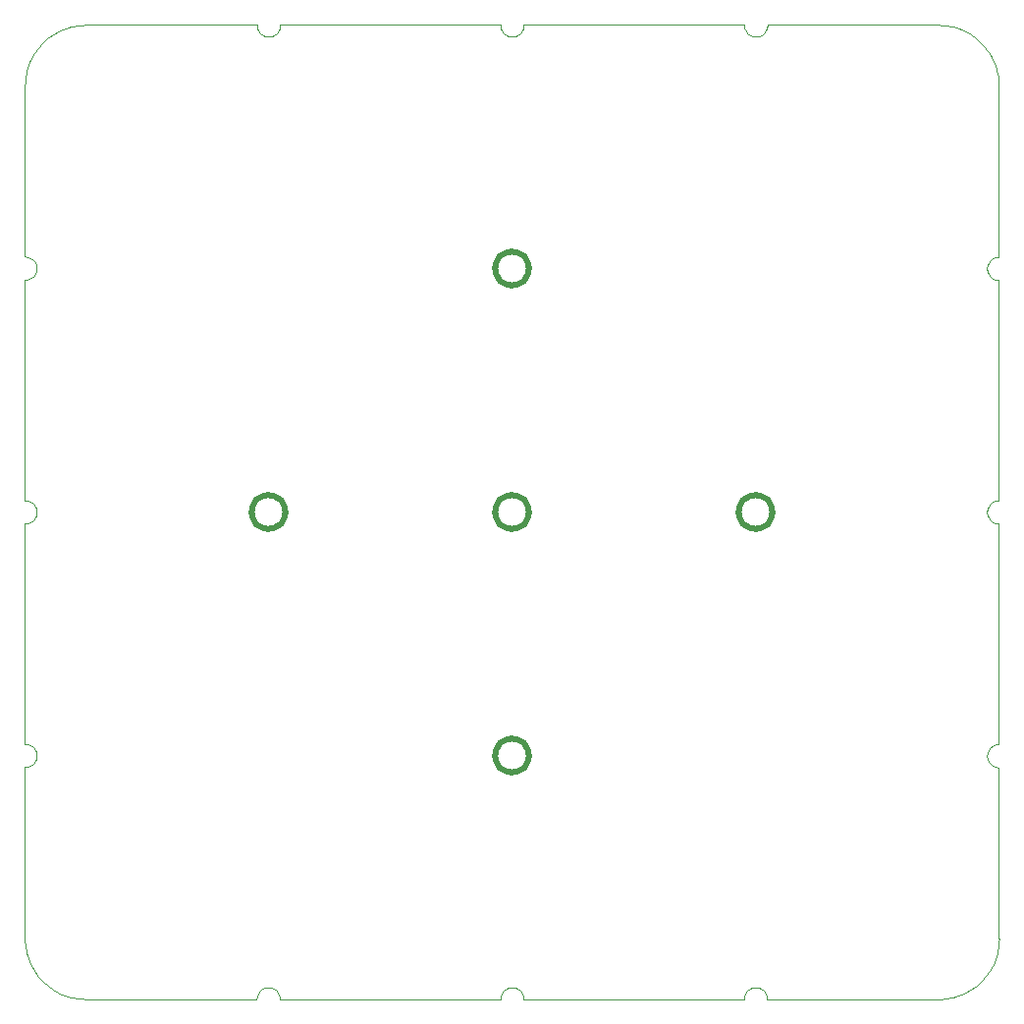
<source format=gko>
G04*
G04 #@! TF.GenerationSoftware,Altium Limited,Altium Designer,23.3.1 (30)*
G04*
G04 Layer_Color=16711935*
%FSLAX26Y26*%
%MOIN*%
G70*
G04*
G04 #@! TF.SameCoordinates,A73F04FC-B1A5-4ADC-8500-56C492F8F9A9*
G04*
G04*
G04 #@! TF.FilePolarity,Positive*
G04*
G01*
G75*
%ADD31C,0.019685*%
%ADD37C,0.003937*%
D31*
X57095Y826772D02*
X56228Y836686D01*
X53652Y846299D01*
X49446Y855319D01*
X43737Y863472D01*
X36700Y870509D01*
X28548Y876217D01*
X19528Y880423D01*
X9915Y882999D01*
X0Y883867D01*
X-9915Y882999D01*
X-19528Y880423D01*
X-28548Y876217D01*
X-36700Y870509D01*
X-43737Y863472D01*
X-49446Y855319D01*
X-53652Y846299D01*
X-56228Y836686D01*
X-57095Y826772D01*
X-56228Y816857D01*
X-53652Y807244D01*
X-49446Y798224D01*
X-43737Y790072D01*
X-36700Y783034D01*
X-28548Y777326D01*
X-19528Y773120D01*
X-9915Y770544D01*
X0Y769677D01*
X9915Y770544D01*
X19528Y773120D01*
X28548Y777326D01*
X36700Y783034D01*
X43737Y790072D01*
X49446Y798224D01*
X53652Y807244D01*
X56228Y816857D01*
X57095Y826772D01*
X883867Y0D02*
X882999Y9915D01*
X880423Y19528D01*
X876217Y28548D01*
X870509Y36700D01*
X863472Y43737D01*
X855319Y49446D01*
X846299Y53652D01*
X836686Y56228D01*
X826772Y57095D01*
X816857Y56228D01*
X807244Y53652D01*
X798224Y49446D01*
X790072Y43737D01*
X783034Y36700D01*
X777326Y28548D01*
X773120Y19528D01*
X770544Y9915D01*
X769677Y0D01*
X770544Y-9915D01*
X773120Y-19528D01*
X777326Y-28548D01*
X783034Y-36700D01*
X790072Y-43737D01*
X798224Y-49446D01*
X807244Y-53652D01*
X816857Y-56228D01*
X826772Y-57095D01*
X836686Y-56228D01*
X846299Y-53652D01*
X855319Y-49446D01*
X863472Y-43737D01*
X870509Y-36700D01*
X876217Y-28548D01*
X880423Y-19528D01*
X882999Y-9915D01*
X883867Y0D01*
X57095Y-826772D02*
X56228Y-816857D01*
X53652Y-807244D01*
X49446Y-798224D01*
X43737Y-790072D01*
X36700Y-783034D01*
X28548Y-777326D01*
X19528Y-773120D01*
X9915Y-770544D01*
X0Y-769677D01*
X-9915Y-770544D01*
X-19528Y-773120D01*
X-28548Y-777326D01*
X-36700Y-783034D01*
X-43737Y-790072D01*
X-49446Y-798224D01*
X-53652Y-807244D01*
X-56228Y-816857D01*
X-57095Y-826772D01*
X-56228Y-836686D01*
X-53652Y-846299D01*
X-49446Y-855319D01*
X-43737Y-863472D01*
X-36700Y-870509D01*
X-28548Y-876217D01*
X-19528Y-880423D01*
X-9915Y-882999D01*
X0Y-883867D01*
X9915Y-882999D01*
X19528Y-880423D01*
X28548Y-876217D01*
X36700Y-870509D01*
X43737Y-863472D01*
X49446Y-855319D01*
X53652Y-846299D01*
X56228Y-836686D01*
X57095Y-826772D01*
Y0D02*
X56228Y9915D01*
X53652Y19528D01*
X49446Y28548D01*
X43737Y36700D01*
X36700Y43737D01*
X28548Y49446D01*
X19528Y53652D01*
X9915Y56228D01*
X0Y57095D01*
X-9915Y56228D01*
X-19528Y53652D01*
X-28548Y49446D01*
X-36700Y43737D01*
X-43737Y36700D01*
X-49446Y28548D01*
X-53652Y19528D01*
X-56228Y9915D01*
X-57095Y0D01*
X-56228Y-9915D01*
X-53652Y-19528D01*
X-49446Y-28548D01*
X-43737Y-36700D01*
X-36700Y-43737D01*
X-28548Y-49446D01*
X-19528Y-53652D01*
X-9915Y-56228D01*
X0Y-57095D01*
X9915Y-56228D01*
X19528Y-53652D01*
X28548Y-49446D01*
X36700Y-43737D01*
X43737Y-36700D01*
X49446Y-28548D01*
X53652Y-19528D01*
X56228Y-9915D01*
X57095Y0D01*
X-769677D02*
X-770544Y9915D01*
X-773120Y19528D01*
X-777326Y28548D01*
X-783034Y36700D01*
X-790072Y43737D01*
X-798224Y49446D01*
X-807244Y53652D01*
X-816857Y56228D01*
X-826772Y57095D01*
X-836686Y56228D01*
X-846299Y53652D01*
X-855319Y49446D01*
X-863472Y43737D01*
X-870509Y36700D01*
X-876217Y28548D01*
X-880423Y19528D01*
X-882999Y9915D01*
X-883867Y0D01*
X-882999Y-9915D01*
X-880423Y-19528D01*
X-876217Y-28548D01*
X-870509Y-36700D01*
X-863472Y-43737D01*
X-855319Y-49446D01*
X-846299Y-53652D01*
X-836686Y-56228D01*
X-826772Y-57095D01*
X-816857Y-56228D01*
X-807244Y-53652D01*
X-798224Y-49446D01*
X-790072Y-43737D01*
X-783034Y-36700D01*
X-777326Y-28548D01*
X-773120Y-19528D01*
X-770544Y-9915D01*
X-769677Y0D01*
D37*
X-1446849Y1653543D02*
X-1456944Y1653343D01*
X-1467017Y1652649D01*
X-1477044Y1651461D01*
X-1487000Y1649782D01*
X-1496862Y1647617D01*
X-1506606Y1644971D01*
X-1516208Y1641850D01*
X-1525646Y1638261D01*
X-1534896Y1634214D01*
X-1543936Y1629717D01*
X-1552745Y1624782D01*
X-1561301Y1619421D01*
X-1569584Y1613647D01*
X-1577573Y1607474D01*
X-1585250Y1600915D01*
X-1592596Y1593988D01*
X-1599593Y1586709D01*
X-1606225Y1579095D01*
X-1612474Y1571165D01*
X-1618328Y1562938D01*
X-1623770Y1554434D01*
X-1628789Y1545672D01*
X-1633371Y1536675D01*
X-1637507Y1527465D01*
X-1641186Y1518062D01*
X-1644399Y1508490D01*
X-1647139Y1498772D01*
X-1649398Y1488931D01*
X-1651172Y1478991D01*
X-1652456Y1468976D01*
X-1653246Y1458910D01*
X-1653543Y1448818D01*
X-1653543Y-1446850D02*
X-1653343Y-1456945D01*
X-1652649Y-1467018D01*
X-1651461Y-1477045D01*
X-1649782Y-1487001D01*
X-1647617Y-1496863D01*
X-1644971Y-1506607D01*
X-1641849Y-1516209D01*
X-1638261Y-1525647D01*
X-1634213Y-1534897D01*
X-1629717Y-1543937D01*
X-1624782Y-1552746D01*
X-1619421Y-1561302D01*
X-1613647Y-1569585D01*
X-1607473Y-1577574D01*
X-1600915Y-1585251D01*
X-1593988Y-1592597D01*
X-1586708Y-1599594D01*
X-1579095Y-1606225D01*
X-1571165Y-1612475D01*
X-1562938Y-1618328D01*
X-1554433Y-1623771D01*
X-1545672Y-1628790D01*
X-1536675Y-1633372D01*
X-1527464Y-1637508D01*
X-1518061Y-1641187D01*
X-1508489Y-1644400D01*
X-1498771Y-1647139D01*
X-1488931Y-1649399D01*
X-1478991Y-1651172D01*
X-1468976Y-1652456D01*
X-1458910Y-1653247D01*
X-1448818Y-1653543D01*
X1446851Y-1653543D02*
X1456945Y-1653344D01*
X1467018Y-1652649D01*
X1477045Y-1651461D01*
X1487001Y-1649783D01*
X1496863Y-1647618D01*
X1506607Y-1644971D01*
X1516209Y-1641850D01*
X1525647Y-1638261D01*
X1534897Y-1634214D01*
X1543937Y-1629717D01*
X1552746Y-1624783D01*
X1561302Y-1619422D01*
X1569585Y-1613648D01*
X1577574Y-1607474D01*
X1585251Y-1600916D01*
X1592597Y-1593988D01*
X1599594Y-1586709D01*
X1606226Y-1579095D01*
X1612476Y-1571166D01*
X1618329Y-1562938D01*
X1623771Y-1554434D01*
X1628790Y-1545673D01*
X1633373Y-1536676D01*
X1637508Y-1527465D01*
X1641187Y-1518062D01*
X1644400Y-1508490D01*
X1647140Y-1498772D01*
X1649399Y-1488931D01*
X1651173Y-1478992D01*
X1652457Y-1468977D01*
X1653248Y-1458911D01*
X1653544Y-1448818D01*
X1652560Y1446850D02*
X1652360Y1456945D01*
X1651666Y1467017D01*
X1650477Y1477044D01*
X1648799Y1487001D01*
X1646634Y1496862D01*
X1643987Y1506606D01*
X1640866Y1516209D01*
X1637277Y1525646D01*
X1633230Y1534896D01*
X1628734Y1543937D01*
X1623799Y1552745D01*
X1618438Y1561302D01*
X1612664Y1569584D01*
X1606490Y1577574D01*
X1599932Y1585251D01*
X1593005Y1592596D01*
X1585725Y1599593D01*
X1578112Y1606225D01*
X1570182Y1612475D01*
X1561955Y1618328D01*
X1553450Y1623771D01*
X1544689Y1628789D01*
X1535692Y1633372D01*
X1526481Y1637508D01*
X1517078Y1641187D01*
X1507506Y1644399D01*
X1497788Y1647139D01*
X1487947Y1649398D01*
X1478008Y1651172D01*
X1467993Y1652456D01*
X1457927Y1653247D01*
X1447835Y1653543D01*
X-1653543Y788386D02*
X-1643354Y789727D01*
X-1633858Y793660D01*
X-1625705Y799917D01*
X-1619448Y808071D01*
X-1615515Y817566D01*
X-1614173Y827756D01*
X-1615515Y837946D01*
X-1619448Y847441D01*
X-1625705Y855595D01*
X-1633858Y861851D01*
X-1643354Y865784D01*
X-1653543Y867126D01*
Y-39370D02*
X-1643354Y-38029D01*
X-1633858Y-34096D01*
X-1625705Y-27839D01*
X-1619448Y-19685D01*
X-1615515Y-10190D01*
X-1614173Y-0D01*
X-1615515Y10190D01*
X-1619448Y19685D01*
X-1625705Y27839D01*
X-1633858Y34095D01*
X-1643354Y38029D01*
X-1653543Y39370D01*
Y-866142D02*
X-1643354Y-864800D01*
X-1633858Y-860867D01*
X-1625705Y-854611D01*
X-1619448Y-846457D01*
X-1615515Y-836962D01*
X-1614173Y-826772D01*
X-1615515Y-816582D01*
X-1619448Y-807087D01*
X-1625705Y-798933D01*
X-1633858Y-792676D01*
X-1643354Y-788743D01*
X-1653543Y-787402D01*
X1652559Y-788386D02*
X1642369Y-789727D01*
X1632874Y-793660D01*
X1624720Y-799917D01*
X1618464Y-808071D01*
X1614530Y-817566D01*
X1613189Y-827756D01*
X1614530Y-837946D01*
X1618464Y-847441D01*
X1624720Y-855595D01*
X1632874Y-861851D01*
X1642369Y-865784D01*
X1652559Y-867126D01*
Y39370D02*
X1642369Y38029D01*
X1632874Y34096D01*
X1624720Y27839D01*
X1618464Y19685D01*
X1614530Y10190D01*
X1613189Y0D01*
X1614530Y-10190D01*
X1618464Y-19685D01*
X1624720Y-27839D01*
X1632874Y-34095D01*
X1642369Y-38029D01*
X1652559Y-39370D01*
Y866142D02*
X1642369Y864800D01*
X1632874Y860867D01*
X1624720Y854611D01*
X1618464Y846457D01*
X1614530Y836962D01*
X1613189Y826772D01*
X1614530Y816582D01*
X1618464Y807087D01*
X1624720Y798933D01*
X1632874Y792676D01*
X1642369Y788743D01*
X1652559Y787402D01*
X788386Y1653543D02*
X789727Y1643353D01*
X793660Y1633858D01*
X799917Y1625704D01*
X808071Y1619448D01*
X817566Y1615515D01*
X827756Y1614173D01*
X837946Y1615515D01*
X847441Y1619448D01*
X855595Y1625704D01*
X861851Y1633858D01*
X865784Y1643353D01*
X867126Y1653543D01*
X-39370D02*
X-38029Y1643353D01*
X-34096Y1633858D01*
X-27839Y1625704D01*
X-19685Y1619448D01*
X-10190Y1615515D01*
X0Y1614173D01*
X10190Y1615515D01*
X19685Y1619448D01*
X27839Y1625704D01*
X34096Y1633858D01*
X38029Y1643353D01*
X39370Y1653543D01*
X-866142D02*
X-864800Y1643353D01*
X-860867Y1633858D01*
X-854611Y1625704D01*
X-846457Y1619448D01*
X-836961Y1615515D01*
X-826772Y1614173D01*
X-816582Y1615515D01*
X-807087Y1619448D01*
X-798933Y1625704D01*
X-792676Y1633858D01*
X-788743Y1643353D01*
X-787402Y1653543D01*
X866142Y-1653543D02*
X864800Y-1643354D01*
X860867Y-1633858D01*
X854611Y-1625704D01*
X846457Y-1619448D01*
X836961Y-1615515D01*
X826772Y-1614173D01*
X816582Y-1615515D01*
X807087Y-1619448D01*
X798933Y-1625704D01*
X792676Y-1633858D01*
X788743Y-1643354D01*
X787402Y-1653543D01*
X39370D02*
X38029Y-1643354D01*
X34096Y-1633858D01*
X27839Y-1625704D01*
X19685Y-1619448D01*
X10190Y-1615515D01*
X0Y-1614173D01*
X-10190Y-1615515D01*
X-19685Y-1619448D01*
X-27839Y-1625704D01*
X-34096Y-1633858D01*
X-38029Y-1643354D01*
X-39370Y-1653543D01*
X-788386D02*
X-789727Y-1643354D01*
X-793660Y-1633858D01*
X-799917Y-1625704D01*
X-808071Y-1619448D01*
X-817566Y-1615515D01*
X-827756Y-1614173D01*
X-837946Y-1615515D01*
X-847441Y-1619448D01*
X-855595Y-1625704D01*
X-861851Y-1633858D01*
X-865784Y-1643354D01*
X-867126Y-1653543D01*
X-1446849Y1653543D02*
X-866141D01*
X867127D02*
X1447835D01*
X39371D02*
X788387D01*
X-787401D02*
X-39369D01*
X1652560Y866142D02*
Y1446850D01*
X-1653543Y867126D02*
Y1447834D01*
Y39370D02*
Y788386D01*
Y-787402D02*
Y-39370D01*
Y-1446850D02*
Y-866142D01*
X1652560Y-1447834D02*
Y-867126D01*
Y-788386D02*
Y-39370D01*
Y39370D02*
Y787402D01*
X866143Y-1653543D02*
X1446851D01*
X39371D02*
X787403D01*
X-788385D02*
X-39369D01*
X-1447835D02*
X-867125D01*
M02*

</source>
